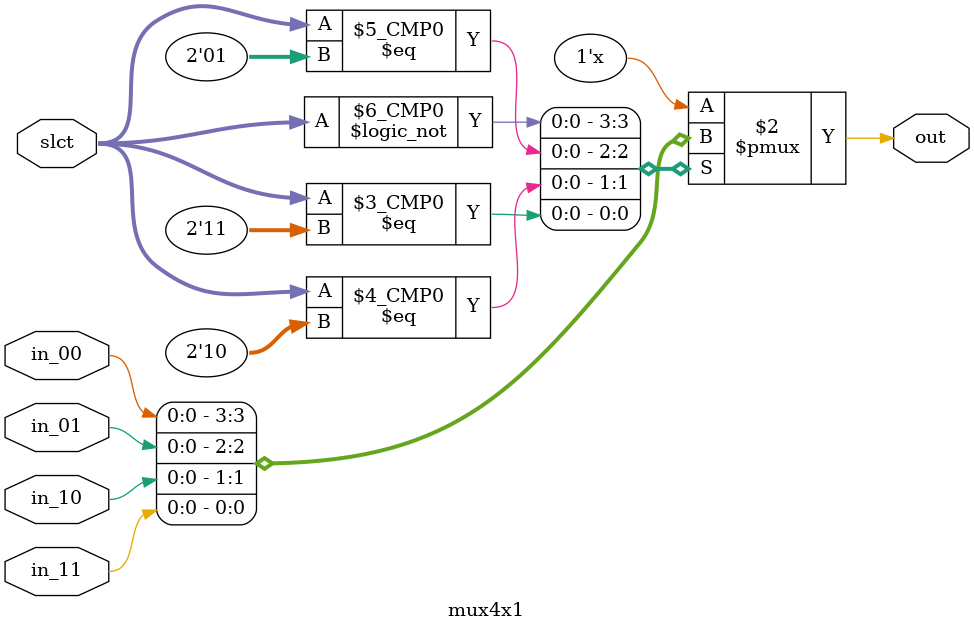
<source format=v>
`ifndef PIPELINE_DEF
`include "../define.v"
`endif
module mux4x1(in_00, in_01, in_10, in_11, slct, out);

	parameter data_width = 1;

	input[data_width-1:0]	in_00;
	input[data_width-1:0]	in_01;
	input[data_width-1:0]	in_10;
	input[data_width-1:0]	in_11;
	input[1:0]				slct;
	output[data_width-1:0]	out;

	reg out;
	always @(*) begin
		case (slct)
			2'b00: out <= in_00;
			2'b01: out <= in_01;
			2'b10: out <= in_10;
			2'b11: out <= in_11;
		endcase // slct
	end // always @(*)
endmodule // mux2x1
</source>
